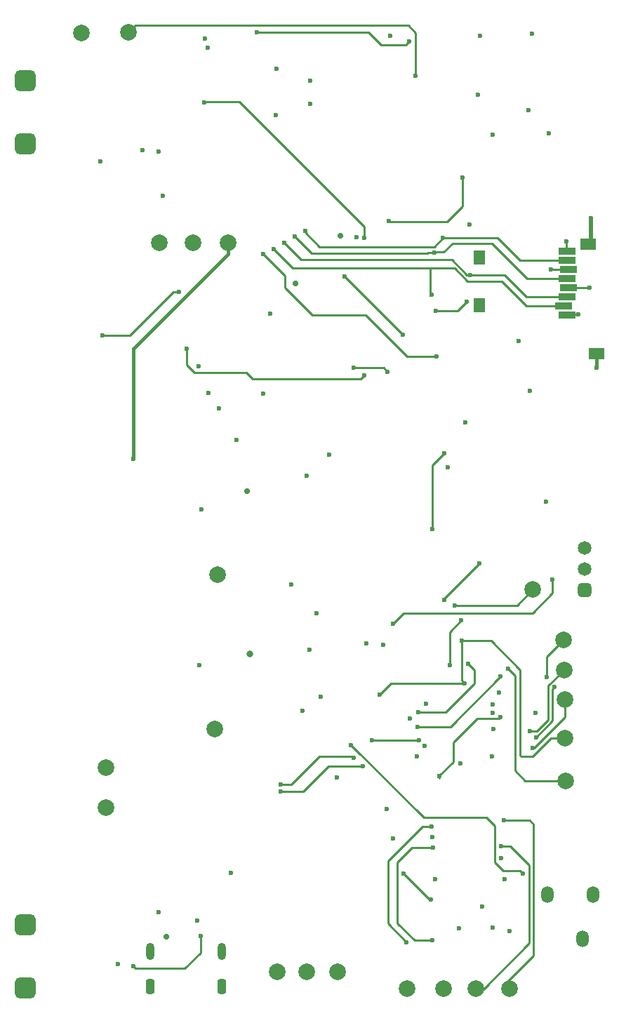
<source format=gbr>
%TF.GenerationSoftware,KiCad,Pcbnew,9.0.0*%
%TF.CreationDate,2025-08-08T14:04:16-04:00*%
%TF.ProjectId,Messages4,4d657373-6167-4657-9334-2e6b69636164,rev?*%
%TF.SameCoordinates,Original*%
%TF.FileFunction,Copper,L4,Bot*%
%TF.FilePolarity,Positive*%
%FSLAX46Y46*%
G04 Gerber Fmt 4.6, Leading zero omitted, Abs format (unit mm)*
G04 Created by KiCad (PCBNEW 9.0.0) date 2025-08-08 14:04:16*
%MOMM*%
%LPD*%
G01*
G04 APERTURE LIST*
G04 Aperture macros list*
%AMRoundRect*
0 Rectangle with rounded corners*
0 $1 Rounding radius*
0 $2 $3 $4 $5 $6 $7 $8 $9 X,Y pos of 4 corners*
0 Add a 4 corners polygon primitive as box body*
4,1,4,$2,$3,$4,$5,$6,$7,$8,$9,$2,$3,0*
0 Add four circle primitives for the rounded corners*
1,1,$1+$1,$2,$3*
1,1,$1+$1,$4,$5*
1,1,$1+$1,$6,$7*
1,1,$1+$1,$8,$9*
0 Add four rect primitives between the rounded corners*
20,1,$1+$1,$2,$3,$4,$5,0*
20,1,$1+$1,$4,$5,$6,$7,0*
20,1,$1+$1,$6,$7,$8,$9,0*
20,1,$1+$1,$8,$9,$2,$3,0*%
G04 Aperture macros list end*
%TA.AperFunction,ComponentPad*%
%ADD10C,2.000000*%
%TD*%
%TA.AperFunction,ComponentPad*%
%ADD11RoundRect,0.635000X-0.635000X-0.635000X0.635000X-0.635000X0.635000X0.635000X-0.635000X0.635000X0*%
%TD*%
%TA.AperFunction,ComponentPad*%
%ADD12RoundRect,0.635000X0.635000X0.635000X-0.635000X0.635000X-0.635000X-0.635000X0.635000X-0.635000X0*%
%TD*%
%TA.AperFunction,ComponentPad*%
%ADD13RoundRect,0.412500X0.412500X-0.412500X0.412500X0.412500X-0.412500X0.412500X-0.412500X-0.412500X0*%
%TD*%
%TA.AperFunction,ComponentPad*%
%ADD14C,1.650000*%
%TD*%
%TA.AperFunction,ComponentPad*%
%ADD15O,1.498600X2.006600*%
%TD*%
%TA.AperFunction,ComponentPad*%
%ADD16O,1.000000X2.100000*%
%TD*%
%TA.AperFunction,ComponentPad*%
%ADD17RoundRect,0.250000X-0.250000X-0.650000X0.250000X-0.650000X0.250000X0.650000X-0.250000X0.650000X0*%
%TD*%
%TA.AperFunction,SMDPad,CuDef*%
%ADD18R,1.397000X1.803400*%
%TD*%
%TA.AperFunction,SMDPad,CuDef*%
%ADD19R,1.905000X1.397000*%
%TD*%
%TA.AperFunction,SMDPad,CuDef*%
%ADD20R,2.006600X0.812800*%
%TD*%
%TA.AperFunction,ViaPad*%
%ADD21C,0.600000*%
%TD*%
%TA.AperFunction,ViaPad*%
%ADD22C,0.700000*%
%TD*%
%TA.AperFunction,ViaPad*%
%ADD23C,0.800000*%
%TD*%
%TA.AperFunction,Conductor*%
%ADD24C,0.254000*%
%TD*%
%TA.AperFunction,Conductor*%
%ADD25C,0.400000*%
%TD*%
%TA.AperFunction,Conductor*%
%ADD26C,0.500000*%
%TD*%
G04 APERTURE END LIST*
D10*
%TO.P,-OUTL,1,1*%
%TO.N,Net-(-OUT_L1-Pad1)*%
X91175000Y-184500000D03*
%TD*%
%TO.P,-OUTR,1,1*%
%TO.N,Net-(U5--OUT_R)*%
X95025000Y-184500000D03*
%TD*%
%TO.P,+OUTR,1,1*%
%TO.N,Net-(U5-+OUT_R)*%
X99125000Y-184500000D03*
%TD*%
%TO.P,+OUTL,1,1*%
%TO.N,Net-(+OUT_L1-Pad1)*%
X86750000Y-184500000D03*
%TD*%
%TO.P,OUTL1,1,1*%
%TO.N,/Audio4/OUTL*%
X105925000Y-159450000D03*
%TD*%
%TO.P,GND1,1,1*%
%TO.N,GND*%
X50400000Y-162675000D03*
%TD*%
%TO.P,5V1,1,1*%
%TO.N,+5V*%
X63550000Y-153175000D03*
%TD*%
D11*
%TO.P,F1,1,1*%
%TO.N,/Power4/ANODE*%
X40700000Y-184477500D03*
X40700000Y-176857500D03*
D12*
%TO.P,F1,2,2*%
%TO.N,/Power4/CATHODE*%
X40695000Y-82582500D03*
X40695000Y-74962500D03*
%TD*%
D13*
%TO.P,RV1,1,1*%
%TO.N,/Audio4/DAC_MONO*%
X108137500Y-136440000D03*
D14*
%TO.P,RV1,2,2*%
%TO.N,/Audio4/AMP_MONO*%
X108137500Y-133900000D03*
%TO.P,RV1,3,3*%
%TO.N,AGND*%
X108137500Y-131360000D03*
%TD*%
D10*
%TO.P,LRCK1,1,1*%
%TO.N,/I2S_LRCK*%
X105700000Y-146075000D03*
%TD*%
%TO.P,DRAIN1,1,1*%
%TO.N,Net-(Q1-D)*%
X65150000Y-94500000D03*
%TD*%
%TO.P,+5V1,1,1*%
%TO.N,+5V*%
X78400000Y-182500000D03*
%TD*%
D15*
%TO.P,J2,1,1*%
%TO.N,AGND*%
X107950124Y-178490435D03*
%TO.P,J2,2,2*%
%TO.N,/Audio4/OUTL*%
X103699942Y-173190433D03*
%TO.P,J2,3,3*%
%TO.N,/Audio4/OUTR*%
X109199941Y-173190433D03*
%TD*%
D10*
%TO.P,VBUS1,1,1*%
%TO.N,VBUS*%
X50400000Y-157850000D03*
%TD*%
%TO.P,OUTR1,1,1*%
%TO.N,/Audio4/OUTR*%
X105825000Y-154350000D03*
%TD*%
%TO.P,HIV-1,1,1*%
%TO.N,/Power4/CATHODE*%
X47425000Y-69250000D03*
%TD*%
%TO.P,DOUT1,1,1*%
%TO.N,/I2S_DOUT*%
X105650000Y-142500000D03*
%TD*%
%TO.P,BCK1,1,1*%
%TO.N,/I2S_BCK*%
X105800000Y-149675000D03*
%TD*%
%TO.P,STG1,1,1*%
%TO.N,Net-(D1-A)*%
X60900000Y-94500000D03*
%TD*%
%TO.P,+3.3V1,1,1*%
%TO.N,+3.3V*%
X63900000Y-134625000D03*
%TD*%
D16*
%TO.P,J1,SH1,SHELL_GND*%
%TO.N,/MCU4/SHELL_GND*%
X55780000Y-180070000D03*
%TO.P,J1,SH2,SHELL_GND*%
X64420000Y-180070000D03*
D17*
%TO.P,J1,SH3,SHELL_GND*%
X55780000Y-184250000D03*
%TO.P,J1,SH4,SHELL_GND*%
X64420000Y-184250000D03*
%TD*%
D10*
%TO.P,LAMP1,1,1*%
%TO.N,/LAMP*%
X74675000Y-182525000D03*
%TD*%
%TO.P,PWM1,1,1*%
%TO.N,Net-(Q1-G)*%
X53175000Y-69150000D03*
%TD*%
%TO.P,GND2,1,1*%
%TO.N,GND*%
X71050000Y-182525000D03*
%TD*%
%TO.P,HIV+1,1,1*%
%TO.N,Net-(D1-K)*%
X56900000Y-94500000D03*
%TD*%
%TO.P,DAC_MONO1,1,1*%
%TO.N,/Audio4/DAC_MONO*%
X101925000Y-136400000D03*
%TD*%
D18*
%TO.P,J3,9,CARD_DETECT*%
%TO.N,unconnected-(J3-CARD_DETECT-Pad9)*%
X95478399Y-96350000D03*
%TO.P,J3,10,CARD_DETECT*%
%TO.N,unconnected-(J3-CARD_DETECT-Pad10)*%
X95478399Y-102050001D03*
D19*
%TO.P,J3,11,GROUND*%
%TO.N,GND*%
X108628401Y-94750000D03*
%TO.P,J3,12,GROUND*%
X109628401Y-107900002D03*
D20*
%TO.P,J3,P1,DAT2*%
%TO.N,Net-(J3-DAT2)*%
X106028401Y-103240001D03*
%TO.P,J3,P2,DAT3/CS*%
%TO.N,/CS*%
X105628402Y-102139927D03*
%TO.P,J3,P3,CMD/MOSI*%
%TO.N,/MOSI*%
X106028401Y-101040001D03*
%TO.P,J3,P4,VDD*%
%TO.N,+3.3V*%
X106228401Y-99940000D03*
%TO.P,J3,P5,SCLK*%
%TO.N,/SCK*%
X106028401Y-98840000D03*
%TO.P,J3,P6,VSS*%
%TO.N,GND*%
X106228401Y-97740000D03*
%TO.P,J3,P7,DAT0/MISO*%
%TO.N,/MISO*%
X106028401Y-96639999D03*
%TO.P,J3,P8,DAT1*%
%TO.N,Net-(J3-DAT1)*%
X106028401Y-95539999D03*
%TD*%
D21*
%TO.N,Net-(C18-Pad1)*%
X86362500Y-170625000D03*
X89625000Y-173750000D03*
%TO.N,PGND*%
X93025000Y-177250000D03*
%TO.N,AGND*%
X97825000Y-148800000D03*
%TO.N,Net-(C3-Pad2)*%
X59275000Y-100500000D03*
%TO.N,/I2S_DOUT*%
X89775000Y-129075000D03*
X91225000Y-119950000D03*
%TO.N,/MOSI*%
X93937500Y-101662500D03*
X94400000Y-98400000D03*
X90225000Y-102750000D03*
%TO.N,/CS*%
X89750000Y-100800000D03*
%TO.N,+5V*%
X75800000Y-139275000D03*
X77375000Y-120125000D03*
%TO.N,VBUS*%
X91700000Y-121600000D03*
X54800000Y-83325000D03*
D22*
X67467900Y-124542900D03*
D21*
%TO.N,/BAT_SENSE*%
X90325000Y-108250000D03*
%TO.N,/Audio4/DAC_MONO*%
X93287500Y-140112500D03*
%TO.N,+3.3V*%
X88875000Y-155275000D03*
%TO.N,+5V*%
X93775000Y-116200000D03*
%TO.N,GND*%
X100200000Y-106400000D03*
%TO.N,/SCK*%
X90025000Y-95750000D03*
%TO.N,/MISO*%
X91087500Y-93987500D03*
%TO.N,Net-(J3-DAT2)*%
X107450000Y-103175000D03*
%TO.N,Net-(J3-DAT1)*%
X106012500Y-94400000D03*
%TO.N,GND*%
X108925000Y-91603400D03*
%TO.N,/Audio4/DAC_MONO*%
X92500000Y-138300000D03*
X91900000Y-145500000D03*
%TO.N,Net-(JP6-A)*%
X91225000Y-137675000D03*
X95450000Y-133250000D03*
%TO.N,/Audio4/AMP_MONO*%
X85025000Y-140475000D03*
X104300000Y-135150000D03*
%TO.N,/Audio4/OUTL*%
X98912500Y-145912500D03*
%TO.N,/I2S_DOUT*%
X104550000Y-148150000D03*
%TO.N,AGND*%
X87075000Y-151975000D03*
%TO.N,GND*%
X81850000Y-142900000D03*
%TO.N,AGND*%
X83900000Y-143025000D03*
%TO.N,+3.3V*%
X93175000Y-157350000D03*
%TO.N,Net-(U6-CAPP)*%
X88087500Y-151162500D03*
%TO.N,Net-(U6-CAPM)*%
X88025000Y-152950000D03*
X98025000Y-146900000D03*
%TO.N,Net-(U6-CAPP)*%
X94100000Y-145325000D03*
%TO.N,+5V*%
X78325000Y-159050000D03*
X74100000Y-151000000D03*
X61725000Y-145475000D03*
X76362500Y-149337500D03*
%TO.N,Net-(Q1-D)*%
X53700000Y-120625000D03*
%TO.N,/Audio4/OUTR*%
X83425000Y-149100000D03*
X81425000Y-157725000D03*
X93725000Y-147700000D03*
X71500000Y-160725000D03*
X93375000Y-142550000D03*
%TO.N,Net-(Q1-G)*%
X87800000Y-74425000D03*
%TO.N,/MOSI*%
X71895000Y-94525000D03*
%TO.N,/I2S_LRCK*%
X101550000Y-153450000D03*
%TO.N,/I2S_DOUT*%
X103625000Y-146950000D03*
X102312500Y-154212500D03*
%TO.N,/I2S_BCK*%
X101875000Y-155500000D03*
%TO.N,/MUTE*%
X86250000Y-105625000D03*
X79225000Y-98600000D03*
%TO.N,Net-(C3-Pad2)*%
X49975000Y-105725000D03*
%TO.N,/MISO*%
X74435000Y-93125000D03*
%TO.N,/CS*%
X70625000Y-95300000D03*
%TO.N,/EN*%
X86975000Y-70250000D03*
X68637500Y-69137500D03*
%TO.N,GND*%
X51887500Y-181537500D03*
D23*
X67800000Y-144175000D03*
D21*
X74650000Y-122675000D03*
X103537500Y-125800000D03*
X101537500Y-112425000D03*
X101850000Y-69325000D03*
X75100000Y-77800000D03*
X109628401Y-109600000D03*
X61575000Y-109450000D03*
X49775000Y-84750000D03*
X72773100Y-135776900D03*
X70900000Y-79100000D03*
X75100000Y-75000000D03*
X103850000Y-81350000D03*
X65500000Y-170600000D03*
X84750000Y-69525000D03*
X69375000Y-112700000D03*
X62400000Y-69900000D03*
X97050000Y-81475000D03*
X57325000Y-88875000D03*
X56787500Y-175300000D03*
X71000000Y-73500000D03*
X80650000Y-93850000D03*
X104075000Y-97750000D03*
X70200000Y-103100000D03*
X95525000Y-69525000D03*
X66150000Y-118325000D03*
%TO.N,/SCK*%
X73165000Y-93750000D03*
%TO.N,Net-(J1-CC2)*%
X53700000Y-181825000D03*
X61850000Y-178225000D03*
%TO.N,+3.3V*%
X56800000Y-83500000D03*
X94300000Y-92300000D03*
X62700000Y-71000000D03*
X101400000Y-78550000D03*
X64075000Y-114550000D03*
X95300000Y-76675000D03*
X97100000Y-150250000D03*
X62800000Y-112625000D03*
D22*
X73300000Y-99475000D03*
D21*
X89000000Y-150125000D03*
X108775000Y-99925000D03*
D22*
X78700000Y-93675000D03*
D21*
X75025000Y-143675000D03*
%TO.N,/GPIO0*%
X93425000Y-86650000D03*
X84550000Y-91900000D03*
%TO.N,VBUS*%
X99150000Y-177625000D03*
X98100000Y-168790000D03*
D22*
X57700000Y-178275000D03*
D21*
X90180000Y-171330000D03*
X95785000Y-174660000D03*
X61950000Y-126675000D03*
X61450000Y-176325000D03*
%TO.N,AGND*%
X97125000Y-153225000D03*
X87975000Y-156525000D03*
X97050000Y-151300000D03*
X84262500Y-162887500D03*
X97025000Y-156525000D03*
X102250000Y-151225000D03*
%TO.N,/BAT_SENSE*%
X69400000Y-95900000D03*
%TO.N,/RAD_IN*%
X62250000Y-77575000D03*
X81569916Y-110555084D03*
X81600000Y-93975000D03*
X60175000Y-107300000D03*
%TO.N,/MUTE_AMP*%
X80325000Y-109625000D03*
X84400000Y-110100000D03*
%TO.N,/AMP*%
X80000000Y-155125000D03*
X100725000Y-170625000D03*
%TO.N,Net-(U5-+OUT_R)*%
X98425000Y-164250000D03*
%TO.N,Net-(U5--OUT_R)*%
X98125000Y-167350000D03*
%TO.N,Net-(U6-LDOO)*%
X98037500Y-151787500D03*
X90675000Y-158925000D03*
%TO.N,Net-(U5-+OUT_L)*%
X89750000Y-164980000D03*
X86700000Y-178925000D03*
%TO.N,Net-(U5--OUT_L)*%
X89825000Y-178700000D03*
X89850000Y-167520000D03*
%TO.N,Net-(U6-OUTR)*%
X88150000Y-154575000D03*
X82500000Y-154575000D03*
X80337500Y-156712500D03*
X71500000Y-159900000D03*
%TO.N,PGND*%
X97100000Y-177150000D03*
X85075000Y-166425000D03*
X98550000Y-171330000D03*
X89775000Y-166250000D03*
%TD*%
D24*
%TO.N,Net-(C18-Pad1)*%
X89625000Y-173750000D02*
X89487500Y-173750000D01*
X89487500Y-173750000D02*
X86362500Y-170625000D01*
%TO.N,Net-(U5--OUT_L)*%
X89850000Y-167520000D02*
X87355000Y-167520000D01*
X87355000Y-167520000D02*
X85600000Y-169275000D01*
X85600000Y-169275000D02*
X85600000Y-176650000D01*
X87650000Y-178700000D02*
X89825000Y-178700000D01*
X85600000Y-176650000D02*
X87650000Y-178700000D01*
%TO.N,Net-(U5-+OUT_R)*%
X98425000Y-164250000D02*
X101550000Y-164250000D01*
X101550000Y-164250000D02*
X102000000Y-164700000D01*
X102000000Y-180550000D02*
X98700000Y-183850000D01*
X102000000Y-164700000D02*
X102000000Y-180550000D01*
%TO.N,Net-(U5--OUT_R)*%
X98125000Y-167350000D02*
X99225000Y-167350000D01*
X95950000Y-184600000D02*
X94900000Y-184600000D01*
X99225000Y-167350000D02*
X101475000Y-169600000D01*
X101475000Y-169600000D02*
X101475000Y-179075000D01*
X101475000Y-179075000D02*
X95950000Y-184600000D01*
%TO.N,Net-(U6-OUTR)*%
X80337500Y-156712500D02*
X80150000Y-156525000D01*
X80150000Y-156525000D02*
X76175000Y-156525000D01*
X72800000Y-159900000D02*
X71500000Y-159900000D01*
X76175000Y-156525000D02*
X72800000Y-159900000D01*
%TO.N,/MUTE_AMP*%
X80325000Y-109625000D02*
X83925000Y-109625000D01*
%TO.N,Net-(C3-Pad2)*%
X49975000Y-105725000D02*
X53325000Y-105725000D01*
X58550000Y-100500000D02*
X59275000Y-100500000D01*
X53325000Y-105725000D02*
X58550000Y-100500000D01*
%TO.N,/I2S_DOUT*%
X89775000Y-121400000D02*
X89775000Y-129075000D01*
X91225000Y-119950000D02*
X89775000Y-121400000D01*
%TO.N,/MOSI*%
X93937500Y-101662500D02*
X92825000Y-102775000D01*
X92825000Y-102775000D02*
X90250000Y-102775000D01*
X90250000Y-102775000D02*
X90225000Y-102750000D01*
X94400000Y-98400000D02*
X98525000Y-98400000D01*
%TO.N,/CS*%
X89750000Y-100800000D02*
X89525000Y-100575000D01*
X89525000Y-100575000D02*
X89525000Y-97625000D01*
X89525000Y-97625000D02*
X92475000Y-97625000D01*
X70625000Y-95300000D02*
X72950000Y-97625000D01*
X72950000Y-97625000D02*
X89525000Y-97625000D01*
X92475000Y-97625000D02*
X94050000Y-99200000D01*
%TO.N,/I2S_DOUT*%
X102312500Y-154212500D02*
X104300000Y-152225000D01*
X104300000Y-152225000D02*
X104300000Y-148400000D01*
X104300000Y-148400000D02*
X104550000Y-148150000D01*
%TO.N,/I2S_LRCK*%
X103775000Y-147975000D02*
X103800000Y-147975000D01*
X103775000Y-152075000D02*
X103775000Y-147975000D01*
X101550000Y-153450000D02*
X102400000Y-153450000D01*
X102400000Y-153450000D02*
X103775000Y-152075000D01*
X103800000Y-147975000D02*
X105700000Y-146075000D01*
%TO.N,Net-(U6-CAPP)*%
X88087500Y-151162500D02*
X91412500Y-151162500D01*
X91412500Y-151162500D02*
X94900000Y-147675000D01*
X94900000Y-147675000D02*
X94900000Y-146125000D01*
X94900000Y-146125000D02*
X94100000Y-145325000D01*
%TO.N,Net-(U6-CAPM)*%
X98025000Y-146900000D02*
X91975000Y-152950000D01*
X91975000Y-152950000D02*
X88025000Y-152950000D01*
%TO.N,/BAT_SENSE*%
X89950000Y-108250000D02*
X90325000Y-108250000D01*
X69400000Y-95900000D02*
X72025000Y-98525000D01*
X75300000Y-103250000D02*
X81750000Y-103250000D01*
X72025000Y-99975000D02*
X75300000Y-103250000D01*
X86742172Y-108242172D02*
X89942172Y-108242172D01*
X81750000Y-103250000D02*
X86742172Y-108242172D01*
X72025000Y-98525000D02*
X72025000Y-99975000D01*
X89942172Y-108242172D02*
X89950000Y-108250000D01*
%TO.N,/MISO*%
X74435000Y-93310000D02*
X76150000Y-95025000D01*
X74435000Y-93125000D02*
X74435000Y-93310000D01*
X76150000Y-95025000D02*
X90050000Y-95025000D01*
X90050000Y-95025000D02*
X91087500Y-93987500D01*
%TO.N,/SCK*%
X90025000Y-95750000D02*
X90100000Y-95675000D01*
X91150000Y-95675000D02*
X92225000Y-94600000D01*
X90100000Y-95675000D02*
X91150000Y-95675000D01*
X92225000Y-94600000D02*
X96975000Y-94600000D01*
X96975000Y-94600000D02*
X101215000Y-98840000D01*
X101215000Y-98840000D02*
X106028401Y-98840000D01*
X73165000Y-93764829D02*
X73165000Y-93750000D01*
X90025000Y-95750000D02*
X89250000Y-95750000D01*
X89250000Y-95750000D02*
X89200000Y-95800000D01*
X89200000Y-95800000D02*
X75200171Y-95800000D01*
X75200171Y-95800000D02*
X73165000Y-93764829D01*
%TO.N,/MOSI*%
X71895000Y-94525000D02*
X71895000Y-94542680D01*
X71895000Y-94542680D02*
X73927320Y-96575000D01*
X98525000Y-98400000D02*
X101165001Y-101040001D01*
X73927320Y-96575000D02*
X92150000Y-96575000D01*
X101165001Y-101040001D02*
X106028401Y-101040001D01*
X93975000Y-98400000D02*
X94400000Y-98400000D01*
X92150000Y-96575000D02*
X93975000Y-98400000D01*
%TO.N,/MUTE*%
X86250000Y-105625000D02*
X79225000Y-98600000D01*
%TO.N,/RAD_IN*%
X81569916Y-110555084D02*
X81569916Y-110580084D01*
X68125000Y-110975000D02*
X67375000Y-110225000D01*
X61100000Y-110225000D02*
X60175000Y-109300000D01*
X67375000Y-110225000D02*
X61100000Y-110225000D01*
X81569916Y-110580084D02*
X81175000Y-110975000D01*
X81175000Y-110975000D02*
X68125000Y-110975000D01*
X60175000Y-109300000D02*
X60175000Y-107300000D01*
%TO.N,Net-(Q1-G)*%
X87800000Y-74425000D02*
X87800000Y-69200000D01*
X86900000Y-68300000D02*
X54025000Y-68300000D01*
X87800000Y-69200000D02*
X86900000Y-68300000D01*
X54025000Y-68300000D02*
X53175000Y-69150000D01*
%TO.N,/GPIO0*%
X84550000Y-91900000D02*
X84650000Y-92000000D01*
X91575000Y-92000000D02*
X93450000Y-90125000D01*
X93450000Y-90125000D02*
X93425000Y-90100000D01*
X93425000Y-90100000D02*
X93425000Y-86650000D01*
X84650000Y-92000000D02*
X91575000Y-92000000D01*
%TO.N,/Audio4/DAC_MONO*%
X93287500Y-140112500D02*
X93300000Y-140100000D01*
X91900000Y-141500000D02*
X93287500Y-140112500D01*
X91900000Y-145500000D02*
X91900000Y-141500000D01*
%TO.N,/MISO*%
X91150000Y-93925000D02*
X91087500Y-93987500D01*
X97675000Y-93925000D02*
X91150000Y-93925000D01*
X106028401Y-96639999D02*
X100389999Y-96639999D01*
X100389999Y-96639999D02*
X97675000Y-93925000D01*
%TO.N,Net-(J3-DAT2)*%
X107450000Y-103175000D02*
X106093402Y-103175000D01*
X106093402Y-103175000D02*
X106028401Y-103240001D01*
%TO.N,Net-(J3-DAT1)*%
X106012500Y-94400000D02*
X106012500Y-95524098D01*
X106012500Y-95524098D02*
X106028401Y-95539999D01*
%TO.N,/Audio4/DAC_MONO*%
X100025000Y-138300000D02*
X92500000Y-138300000D01*
X101925000Y-136400000D02*
X100025000Y-138300000D01*
%TO.N,/Audio4/AMP_MONO*%
X104300000Y-135150000D02*
X104300000Y-136825000D01*
X86300000Y-139225000D02*
X85050000Y-140475000D01*
X104300000Y-136825000D02*
X101900000Y-139225000D01*
X101900000Y-139225000D02*
X86300000Y-139225000D01*
%TO.N,Net-(JP6-A)*%
X95450000Y-133250000D02*
X91225000Y-137475000D01*
X91225000Y-137475000D02*
X91225000Y-137675000D01*
%TO.N,/Audio4/OUTR*%
X105825000Y-154350000D02*
X104075000Y-154350000D01*
X100425000Y-146100000D02*
X96875000Y-142550000D01*
X104075000Y-154350000D02*
X101925000Y-156500000D01*
X101925000Y-156500000D02*
X100525000Y-156500000D01*
X100525000Y-156500000D02*
X100425000Y-156400000D01*
X100425000Y-156400000D02*
X100425000Y-146100000D01*
X96875000Y-142550000D02*
X93375000Y-142550000D01*
%TO.N,/Audio4/OUTL*%
X98912500Y-145912500D02*
X99750000Y-146750000D01*
X99750000Y-146750000D02*
X99750000Y-158200000D01*
X99750000Y-158200000D02*
X101000000Y-159450000D01*
X101000000Y-159450000D02*
X105925000Y-159450000D01*
%TO.N,/I2S_BCK*%
X101875000Y-155500000D02*
X102100000Y-155500000D01*
X102100000Y-155500000D02*
X105800000Y-151800000D01*
X105800000Y-151800000D02*
X105800000Y-149675000D01*
D25*
%TO.N,Net-(Q1-D)*%
X65150000Y-95900000D02*
X65150000Y-94500000D01*
X53725000Y-107325000D02*
X65150000Y-95900000D01*
X53700000Y-120625000D02*
X53700000Y-107350000D01*
D24*
%TO.N,/Audio4/OUTR*%
X84825000Y-147700000D02*
X83425000Y-149100000D01*
X74250000Y-160725000D02*
X77250000Y-157725000D01*
X93725000Y-147700000D02*
X84825000Y-147700000D01*
X77250000Y-157725000D02*
X81425000Y-157725000D01*
X71500000Y-160725000D02*
X74250000Y-160725000D01*
X93375000Y-142550000D02*
X93375000Y-147350000D01*
X93375000Y-147350000D02*
X93725000Y-147700000D01*
%TO.N,/I2S_DOUT*%
X103625000Y-144525000D02*
X105650000Y-142500000D01*
X103625000Y-146950000D02*
X103625000Y-144525000D01*
%TO.N,/CS*%
X101050000Y-102075000D02*
X101114927Y-102139927D01*
X98175000Y-99200000D02*
X101050000Y-102075000D01*
X101114927Y-102139927D02*
X105628402Y-102139927D01*
X94050000Y-99200000D02*
X98175000Y-99200000D01*
%TO.N,/EN*%
X68637500Y-69137500D02*
X82062500Y-69137500D01*
X86675000Y-70550000D02*
X86975000Y-70250000D01*
X83650000Y-70625000D02*
X86675000Y-70625000D01*
X86675000Y-70625000D02*
X86675000Y-70550000D01*
X83600000Y-70675000D02*
X83650000Y-70625000D01*
X82062500Y-69137500D02*
X83600000Y-70675000D01*
D26*
%TO.N,GND*%
X108628401Y-94750000D02*
X108925000Y-94453401D01*
D25*
X109628401Y-109600000D02*
X109628401Y-107900002D01*
D26*
X108925000Y-94453401D02*
X108925000Y-91603400D01*
D24*
X104085000Y-97740000D02*
X104075000Y-97750000D01*
X106228401Y-97740000D02*
X104085000Y-97740000D01*
%TO.N,Net-(J1-CC2)*%
X53975000Y-182100000D02*
X59925000Y-182100000D01*
X59925000Y-182100000D02*
X61825000Y-180200000D01*
X61825000Y-180200000D02*
X61825000Y-178250000D01*
X53700000Y-181825000D02*
X53975000Y-182100000D01*
X61825000Y-178250000D02*
X61850000Y-178225000D01*
%TO.N,+3.3V*%
X108760000Y-99940000D02*
X106228401Y-99940000D01*
X108775000Y-99925000D02*
X108760000Y-99940000D01*
%TO.N,/RAD_IN*%
X81600000Y-92600000D02*
X66550000Y-77550000D01*
X62275000Y-77550000D02*
X62250000Y-77575000D01*
X66550000Y-77550000D02*
X62275000Y-77550000D01*
X81600000Y-93975000D02*
X81600000Y-92600000D01*
%TO.N,/MUTE_AMP*%
X83925000Y-109625000D02*
X84400000Y-110100000D01*
%TO.N,/AMP*%
X97350000Y-164925000D02*
X97350000Y-169300000D01*
X88775000Y-163900000D02*
X96325000Y-163900000D01*
X98325000Y-170275000D02*
X100375000Y-170275000D01*
X100375000Y-170275000D02*
X100725000Y-170625000D01*
X80000000Y-155125000D02*
X88775000Y-163900000D01*
X96325000Y-163900000D02*
X97350000Y-164925000D01*
X97350000Y-169300000D02*
X98325000Y-170275000D01*
%TO.N,Net-(U6-LDOO)*%
X90675000Y-158925000D02*
X90675000Y-158800000D01*
X92325000Y-157150000D02*
X92325000Y-154850000D01*
X90675000Y-158800000D02*
X92325000Y-157150000D01*
X95225000Y-151950000D02*
X97875000Y-151950000D01*
X92325000Y-154850000D02*
X95225000Y-151950000D01*
X90675000Y-159100000D02*
X90675000Y-158925000D01*
X97875000Y-151950000D02*
X98037500Y-151787500D01*
%TO.N,Net-(U5-+OUT_L)*%
X84475000Y-169150000D02*
X84475000Y-176700000D01*
X84475000Y-176700000D02*
X86700000Y-178925000D01*
X89750000Y-164980000D02*
X88645000Y-164980000D01*
X88645000Y-164980000D02*
X84475000Y-169150000D01*
%TO.N,Net-(U6-OUTR)*%
X82800000Y-154575000D02*
X88150000Y-154575000D01*
%TD*%
M02*

</source>
